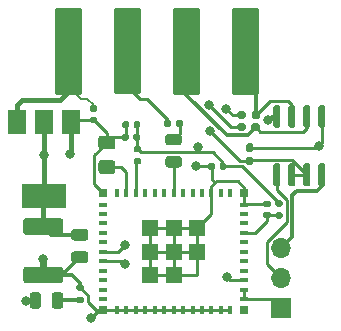
<source format=gbr>
%TF.GenerationSoftware,KiCad,Pcbnew,(5.1.12-1-10_14)*%
%TF.CreationDate,2022-02-21T12:57:33+08:00*%
%TF.ProjectId,esp32-c3_ddsu666,65737033-322d-4633-935f-646473753636,rev?*%
%TF.SameCoordinates,Original*%
%TF.FileFunction,Copper,L1,Top*%
%TF.FilePolarity,Positive*%
%FSLAX46Y46*%
G04 Gerber Fmt 4.6, Leading zero omitted, Abs format (unit mm)*
G04 Created by KiCad (PCBNEW (5.1.12-1-10_14)) date 2022-02-21 12:57:33*
%MOMM*%
%LPD*%
G01*
G04 APERTURE LIST*
%TA.AperFunction,ComponentPad*%
%ADD10O,1.700000X1.700000*%
%TD*%
%TA.AperFunction,ComponentPad*%
%ADD11R,1.700000X1.700000*%
%TD*%
%TA.AperFunction,ComponentPad*%
%ADD12R,1.350000X1.350000*%
%TD*%
%TA.AperFunction,SMDPad,CuDef*%
%ADD13R,1.500000X2.000000*%
%TD*%
%TA.AperFunction,SMDPad,CuDef*%
%ADD14R,3.800000X2.000000*%
%TD*%
%TA.AperFunction,SMDPad,CuDef*%
%ADD15R,0.399999X0.799998*%
%TD*%
%TA.AperFunction,SMDPad,CuDef*%
%ADD16R,0.799998X0.399999*%
%TD*%
%TA.AperFunction,SMDPad,CuDef*%
%ADD17R,1.450010X1.450010*%
%TD*%
%TA.AperFunction,SMDPad,CuDef*%
%ADD18R,0.799998X0.799998*%
%TD*%
%TA.AperFunction,ViaPad*%
%ADD19C,0.800000*%
%TD*%
%TA.AperFunction,Conductor*%
%ADD20C,0.250000*%
%TD*%
%TA.AperFunction,Conductor*%
%ADD21C,0.381000*%
%TD*%
%TA.AperFunction,Conductor*%
%ADD22C,0.300000*%
%TD*%
%TA.AperFunction,Conductor*%
%ADD23C,0.600000*%
%TD*%
%TA.AperFunction,Conductor*%
%ADD24C,0.203200*%
%TD*%
%TA.AperFunction,Conductor*%
%ADD25C,0.254000*%
%TD*%
%TA.AperFunction,Conductor*%
%ADD26C,0.100000*%
%TD*%
G04 APERTURE END LIST*
D10*
%TO.P,J2,3*%
%TO.N,U0TXD*%
X125550000Y-62980000D03*
%TO.P,J2,2*%
%TO.N,U0RXD*%
X125550000Y-65520000D03*
D11*
%TO.P,J2,1*%
%TO.N,GND*%
X125550000Y-68060000D03*
%TD*%
%TO.P,C3,2*%
%TO.N,GND*%
%TA.AperFunction,SMDPad,CuDef*%
G36*
G01*
X111265000Y-54620000D02*
X110315000Y-54620000D01*
G75*
G02*
X110065000Y-54370000I0J250000D01*
G01*
X110065000Y-53695000D01*
G75*
G02*
X110315000Y-53445000I250000J0D01*
G01*
X111265000Y-53445000D01*
G75*
G02*
X111515000Y-53695000I0J-250000D01*
G01*
X111515000Y-54370000D01*
G75*
G02*
X111265000Y-54620000I-250000J0D01*
G01*
G37*
%TD.AperFunction*%
%TO.P,C3,1*%
%TO.N,/GPIO9*%
%TA.AperFunction,SMDPad,CuDef*%
G36*
G01*
X111265000Y-56695000D02*
X110315000Y-56695000D01*
G75*
G02*
X110065000Y-56445000I0J250000D01*
G01*
X110065000Y-55770000D01*
G75*
G02*
X110315000Y-55520000I250000J0D01*
G01*
X111265000Y-55520000D01*
G75*
G02*
X111515000Y-55770000I0J-250000D01*
G01*
X111515000Y-56445000D01*
G75*
G02*
X111265000Y-56695000I-250000J0D01*
G01*
G37*
%TD.AperFunction*%
%TD*%
D12*
%TO.P,J5,1*%
%TO.N,B*%
X122500000Y-49000000D03*
%TD*%
%TO.P,J4,1*%
%TO.N,A*%
X117500000Y-49000000D03*
%TD*%
%TO.P,J3,1*%
%TO.N,GND*%
X112500000Y-49000000D03*
%TD*%
%TO.P,J1,1*%
%TO.N,+5V*%
X107500000Y-49000000D03*
%TD*%
%TO.P,C12,2*%
%TO.N,+5V*%
%TA.AperFunction,SMDPad,CuDef*%
G36*
G01*
X122735000Y-55230000D02*
X123045000Y-55230000D01*
G75*
G02*
X123200000Y-55385000I0J-155000D01*
G01*
X123200000Y-55810000D01*
G75*
G02*
X123045000Y-55965000I-155000J0D01*
G01*
X122735000Y-55965000D01*
G75*
G02*
X122580000Y-55810000I0J155000D01*
G01*
X122580000Y-55385000D01*
G75*
G02*
X122735000Y-55230000I155000J0D01*
G01*
G37*
%TD.AperFunction*%
%TO.P,C12,1*%
%TO.N,GND*%
%TA.AperFunction,SMDPad,CuDef*%
G36*
G01*
X122735000Y-54095000D02*
X123045000Y-54095000D01*
G75*
G02*
X123200000Y-54250000I0J-155000D01*
G01*
X123200000Y-54675000D01*
G75*
G02*
X123045000Y-54830000I-155000J0D01*
G01*
X122735000Y-54830000D01*
G75*
G02*
X122580000Y-54675000I0J155000D01*
G01*
X122580000Y-54250000D01*
G75*
G02*
X122735000Y-54095000I155000J0D01*
G01*
G37*
%TD.AperFunction*%
%TD*%
%TO.P,U2,8*%
%TO.N,+5V*%
%TA.AperFunction,SMDPad,CuDef*%
G36*
G01*
X125335000Y-52800000D02*
X125035000Y-52800000D01*
G75*
G02*
X124885000Y-52650000I0J150000D01*
G01*
X124885000Y-51000000D01*
G75*
G02*
X125035000Y-50850000I150000J0D01*
G01*
X125335000Y-50850000D01*
G75*
G02*
X125485000Y-51000000I0J-150000D01*
G01*
X125485000Y-52650000D01*
G75*
G02*
X125335000Y-52800000I-150000J0D01*
G01*
G37*
%TD.AperFunction*%
%TO.P,U2,7*%
%TO.N,B*%
%TA.AperFunction,SMDPad,CuDef*%
G36*
G01*
X126605000Y-52800000D02*
X126305000Y-52800000D01*
G75*
G02*
X126155000Y-52650000I0J150000D01*
G01*
X126155000Y-51000000D01*
G75*
G02*
X126305000Y-50850000I150000J0D01*
G01*
X126605000Y-50850000D01*
G75*
G02*
X126755000Y-51000000I0J-150000D01*
G01*
X126755000Y-52650000D01*
G75*
G02*
X126605000Y-52800000I-150000J0D01*
G01*
G37*
%TD.AperFunction*%
%TO.P,U2,6*%
%TO.N,A*%
%TA.AperFunction,SMDPad,CuDef*%
G36*
G01*
X127875000Y-52800000D02*
X127575000Y-52800000D01*
G75*
G02*
X127425000Y-52650000I0J150000D01*
G01*
X127425000Y-51000000D01*
G75*
G02*
X127575000Y-50850000I150000J0D01*
G01*
X127875000Y-50850000D01*
G75*
G02*
X128025000Y-51000000I0J-150000D01*
G01*
X128025000Y-52650000D01*
G75*
G02*
X127875000Y-52800000I-150000J0D01*
G01*
G37*
%TD.AperFunction*%
%TO.P,U2,5*%
%TO.N,GND*%
%TA.AperFunction,SMDPad,CuDef*%
G36*
G01*
X129145000Y-52800000D02*
X128845000Y-52800000D01*
G75*
G02*
X128695000Y-52650000I0J150000D01*
G01*
X128695000Y-51000000D01*
G75*
G02*
X128845000Y-50850000I150000J0D01*
G01*
X129145000Y-50850000D01*
G75*
G02*
X129295000Y-51000000I0J-150000D01*
G01*
X129295000Y-52650000D01*
G75*
G02*
X129145000Y-52800000I-150000J0D01*
G01*
G37*
%TD.AperFunction*%
%TO.P,U2,4*%
%TO.N,U0TXD*%
%TA.AperFunction,SMDPad,CuDef*%
G36*
G01*
X129145000Y-57750000D02*
X128845000Y-57750000D01*
G75*
G02*
X128695000Y-57600000I0J150000D01*
G01*
X128695000Y-55950000D01*
G75*
G02*
X128845000Y-55800000I150000J0D01*
G01*
X129145000Y-55800000D01*
G75*
G02*
X129295000Y-55950000I0J-150000D01*
G01*
X129295000Y-57600000D01*
G75*
G02*
X129145000Y-57750000I-150000J0D01*
G01*
G37*
%TD.AperFunction*%
%TO.P,U2,3*%
%TO.N,+5V*%
%TA.AperFunction,SMDPad,CuDef*%
G36*
G01*
X127875000Y-57750000D02*
X127575000Y-57750000D01*
G75*
G02*
X127425000Y-57600000I0J150000D01*
G01*
X127425000Y-55950000D01*
G75*
G02*
X127575000Y-55800000I150000J0D01*
G01*
X127875000Y-55800000D01*
G75*
G02*
X128025000Y-55950000I0J-150000D01*
G01*
X128025000Y-57600000D01*
G75*
G02*
X127875000Y-57750000I-150000J0D01*
G01*
G37*
%TD.AperFunction*%
%TO.P,U2,2*%
%TA.AperFunction,SMDPad,CuDef*%
G36*
G01*
X126605000Y-57750000D02*
X126305000Y-57750000D01*
G75*
G02*
X126155000Y-57600000I0J150000D01*
G01*
X126155000Y-55950000D01*
G75*
G02*
X126305000Y-55800000I150000J0D01*
G01*
X126605000Y-55800000D01*
G75*
G02*
X126755000Y-55950000I0J-150000D01*
G01*
X126755000Y-57600000D01*
G75*
G02*
X126605000Y-57750000I-150000J0D01*
G01*
G37*
%TD.AperFunction*%
%TO.P,U2,1*%
%TO.N,U0RXD*%
%TA.AperFunction,SMDPad,CuDef*%
G36*
G01*
X125335000Y-57750000D02*
X125035000Y-57750000D01*
G75*
G02*
X124885000Y-57600000I0J150000D01*
G01*
X124885000Y-55950000D01*
G75*
G02*
X125035000Y-55800000I150000J0D01*
G01*
X125335000Y-55800000D01*
G75*
G02*
X125485000Y-55950000I0J-150000D01*
G01*
X125485000Y-57600000D01*
G75*
G02*
X125335000Y-57750000I-150000J0D01*
G01*
G37*
%TD.AperFunction*%
%TD*%
%TO.P,R2,2*%
%TO.N,+5V*%
%TA.AperFunction,SMDPad,CuDef*%
G36*
G01*
X122540000Y-52570000D02*
X122540000Y-52890000D01*
G75*
G02*
X122380000Y-53050000I-160000J0D01*
G01*
X121985000Y-53050000D01*
G75*
G02*
X121825000Y-52890000I0J160000D01*
G01*
X121825000Y-52570000D01*
G75*
G02*
X121985000Y-52410000I160000J0D01*
G01*
X122380000Y-52410000D01*
G75*
G02*
X122540000Y-52570000I0J-160000D01*
G01*
G37*
%TD.AperFunction*%
%TO.P,R2,1*%
%TO.N,A*%
%TA.AperFunction,SMDPad,CuDef*%
G36*
G01*
X123735000Y-52570000D02*
X123735000Y-52890000D01*
G75*
G02*
X123575000Y-53050000I-160000J0D01*
G01*
X123180000Y-53050000D01*
G75*
G02*
X123020000Y-52890000I0J160000D01*
G01*
X123020000Y-52570000D01*
G75*
G02*
X123180000Y-52410000I160000J0D01*
G01*
X123575000Y-52410000D01*
G75*
G02*
X123735000Y-52570000I0J-160000D01*
G01*
G37*
%TD.AperFunction*%
%TD*%
%TO.P,R1,2*%
%TO.N,B*%
%TA.AperFunction,SMDPad,CuDef*%
G36*
G01*
X123040000Y-51870000D02*
X123040000Y-51550000D01*
G75*
G02*
X123200000Y-51390000I160000J0D01*
G01*
X123595000Y-51390000D01*
G75*
G02*
X123755000Y-51550000I0J-160000D01*
G01*
X123755000Y-51870000D01*
G75*
G02*
X123595000Y-52030000I-160000J0D01*
G01*
X123200000Y-52030000D01*
G75*
G02*
X123040000Y-51870000I0J160000D01*
G01*
G37*
%TD.AperFunction*%
%TO.P,R1,1*%
%TO.N,GND*%
%TA.AperFunction,SMDPad,CuDef*%
G36*
G01*
X121845000Y-51870000D02*
X121845000Y-51550000D01*
G75*
G02*
X122005000Y-51390000I160000J0D01*
G01*
X122400000Y-51390000D01*
G75*
G02*
X122560000Y-51550000I0J-160000D01*
G01*
X122560000Y-51870000D01*
G75*
G02*
X122400000Y-52030000I-160000J0D01*
G01*
X122005000Y-52030000D01*
G75*
G02*
X121845000Y-51870000I0J160000D01*
G01*
G37*
%TD.AperFunction*%
%TD*%
%TO.P,R14,2*%
%TO.N,Net-(D2-Pad1)*%
%TA.AperFunction,SMDPad,CuDef*%
G36*
G01*
X116680000Y-52615000D02*
X116680000Y-52245000D01*
G75*
G02*
X116815000Y-52110000I135000J0D01*
G01*
X117085000Y-52110000D01*
G75*
G02*
X117220000Y-52245000I0J-135000D01*
G01*
X117220000Y-52615000D01*
G75*
G02*
X117085000Y-52750000I-135000J0D01*
G01*
X116815000Y-52750000D01*
G75*
G02*
X116680000Y-52615000I0J135000D01*
G01*
G37*
%TD.AperFunction*%
%TO.P,R14,1*%
%TO.N,GND*%
%TA.AperFunction,SMDPad,CuDef*%
G36*
G01*
X115660000Y-52615000D02*
X115660000Y-52245000D01*
G75*
G02*
X115795000Y-52110000I135000J0D01*
G01*
X116065000Y-52110000D01*
G75*
G02*
X116200000Y-52245000I0J-135000D01*
G01*
X116200000Y-52615000D01*
G75*
G02*
X116065000Y-52750000I-135000J0D01*
G01*
X115795000Y-52750000D01*
G75*
G02*
X115660000Y-52615000I0J135000D01*
G01*
G37*
%TD.AperFunction*%
%TD*%
%TO.P,R12,2*%
%TO.N,GND*%
%TA.AperFunction,SMDPad,CuDef*%
G36*
G01*
X108715000Y-66600000D02*
X108345000Y-66600000D01*
G75*
G02*
X108210000Y-66465000I0J135000D01*
G01*
X108210000Y-66195000D01*
G75*
G02*
X108345000Y-66060000I135000J0D01*
G01*
X108715000Y-66060000D01*
G75*
G02*
X108850000Y-66195000I0J-135000D01*
G01*
X108850000Y-66465000D01*
G75*
G02*
X108715000Y-66600000I-135000J0D01*
G01*
G37*
%TD.AperFunction*%
%TO.P,R12,1*%
%TO.N,Net-(D1-Pad1)*%
%TA.AperFunction,SMDPad,CuDef*%
G36*
G01*
X108715000Y-67620000D02*
X108345000Y-67620000D01*
G75*
G02*
X108210000Y-67485000I0J135000D01*
G01*
X108210000Y-67215000D01*
G75*
G02*
X108345000Y-67080000I135000J0D01*
G01*
X108715000Y-67080000D01*
G75*
G02*
X108850000Y-67215000I0J-135000D01*
G01*
X108850000Y-67485000D01*
G75*
G02*
X108715000Y-67620000I-135000J0D01*
G01*
G37*
%TD.AperFunction*%
%TD*%
%TO.P,D2,2*%
%TO.N,GPIO4*%
%TA.AperFunction,SMDPad,CuDef*%
G36*
G01*
X115983750Y-55180000D02*
X116896250Y-55180000D01*
G75*
G02*
X117140000Y-55423750I0J-243750D01*
G01*
X117140000Y-55911250D01*
G75*
G02*
X116896250Y-56155000I-243750J0D01*
G01*
X115983750Y-56155000D01*
G75*
G02*
X115740000Y-55911250I0J243750D01*
G01*
X115740000Y-55423750D01*
G75*
G02*
X115983750Y-55180000I243750J0D01*
G01*
G37*
%TD.AperFunction*%
%TO.P,D2,1*%
%TO.N,Net-(D2-Pad1)*%
%TA.AperFunction,SMDPad,CuDef*%
G36*
G01*
X115983750Y-53305000D02*
X116896250Y-53305000D01*
G75*
G02*
X117140000Y-53548750I0J-243750D01*
G01*
X117140000Y-54036250D01*
G75*
G02*
X116896250Y-54280000I-243750J0D01*
G01*
X115983750Y-54280000D01*
G75*
G02*
X115740000Y-54036250I0J243750D01*
G01*
X115740000Y-53548750D01*
G75*
G02*
X115983750Y-53305000I243750J0D01*
G01*
G37*
%TD.AperFunction*%
%TD*%
%TO.P,D1,2*%
%TO.N,+3V3*%
%TA.AperFunction,SMDPad,CuDef*%
G36*
G01*
X105220000Y-66943750D02*
X105220000Y-67856250D01*
G75*
G02*
X104976250Y-68100000I-243750J0D01*
G01*
X104488750Y-68100000D01*
G75*
G02*
X104245000Y-67856250I0J243750D01*
G01*
X104245000Y-66943750D01*
G75*
G02*
X104488750Y-66700000I243750J0D01*
G01*
X104976250Y-66700000D01*
G75*
G02*
X105220000Y-66943750I0J-243750D01*
G01*
G37*
%TD.AperFunction*%
%TO.P,D1,1*%
%TO.N,Net-(D1-Pad1)*%
%TA.AperFunction,SMDPad,CuDef*%
G36*
G01*
X107095000Y-66943750D02*
X107095000Y-67856250D01*
G75*
G02*
X106851250Y-68100000I-243750J0D01*
G01*
X106363750Y-68100000D01*
G75*
G02*
X106120000Y-67856250I0J243750D01*
G01*
X106120000Y-66943750D01*
G75*
G02*
X106363750Y-66700000I243750J0D01*
G01*
X106851250Y-66700000D01*
G75*
G02*
X107095000Y-66943750I0J-243750D01*
G01*
G37*
%TD.AperFunction*%
%TD*%
%TO.P,C7,2*%
%TO.N,GND*%
%TA.AperFunction,SMDPad,CuDef*%
G36*
G01*
X103949999Y-64540000D02*
X106850001Y-64540000D01*
G75*
G02*
X107100000Y-64789999I0J-249999D01*
G01*
X107100000Y-65690001D01*
G75*
G02*
X106850001Y-65940000I-249999J0D01*
G01*
X103949999Y-65940000D01*
G75*
G02*
X103700000Y-65690001I0J249999D01*
G01*
X103700000Y-64789999D01*
G75*
G02*
X103949999Y-64540000I249999J0D01*
G01*
G37*
%TD.AperFunction*%
%TO.P,C7,1*%
%TO.N,+3V3*%
%TA.AperFunction,SMDPad,CuDef*%
G36*
G01*
X103949999Y-60440000D02*
X106850001Y-60440000D01*
G75*
G02*
X107100000Y-60689999I0J-249999D01*
G01*
X107100000Y-61590001D01*
G75*
G02*
X106850001Y-61840000I-249999J0D01*
G01*
X103949999Y-61840000D01*
G75*
G02*
X103700000Y-61590001I0J249999D01*
G01*
X103700000Y-60689999D01*
G75*
G02*
X103949999Y-60440000I249999J0D01*
G01*
G37*
%TD.AperFunction*%
%TD*%
D13*
%TO.P,U4,1*%
%TO.N,GND*%
X107780000Y-52260000D03*
%TO.P,U4,3*%
%TO.N,+5V*%
X103180000Y-52260000D03*
%TO.P,U4,2*%
%TO.N,+3V3*%
X105480000Y-52260000D03*
D14*
X105480000Y-58560000D03*
%TD*%
D15*
%TO.P,U1,46*%
%TO.N,GND*%
X119639892Y-68229952D03*
%TO.P,U1,45*%
X118839792Y-68229952D03*
%TO.P,U1,44*%
X118039946Y-68229952D03*
%TO.P,U1,43*%
X117239846Y-68229952D03*
%TO.P,U1,42*%
X116439746Y-68229952D03*
%TO.P,U1,41*%
X115639900Y-68229952D03*
%TO.P,U1,40*%
X114839800Y-68229952D03*
%TO.P,U1,39*%
X114039954Y-68229952D03*
%TO.P,U1,38*%
X113239854Y-68229952D03*
%TO.P,U1,37*%
X112440008Y-68229952D03*
%TO.P,U1,36*%
X111639908Y-68229952D03*
D16*
%TO.P,U1,30*%
%TO.N,U0RXD*%
X110490050Y-63280000D03*
%TO.P,U1,29*%
%TO.N,N/C*%
X110490050Y-62479900D03*
%TO.P,U1,28*%
X110490050Y-61680054D03*
%TO.P,U1,27*%
X110490050Y-60879954D03*
%TO.P,U1,26*%
X110490050Y-60079854D03*
%TO.P,U1,25*%
X110490050Y-59280008D03*
D15*
%TO.P,U1,12*%
X121240092Y-58330048D03*
%TO.P,U1,13*%
X120439992Y-58330048D03*
%TO.P,U1,14*%
%TO.N,GND*%
X119640146Y-58330048D03*
%TO.P,U1,15*%
%TO.N,N/C*%
X118840046Y-58330048D03*
D17*
%TO.P,U1,49*%
%TO.N,GND*%
X116440000Y-63280000D03*
D18*
%TO.P,U1,53*%
%TO.N,N/C*%
X122389950Y-68229952D03*
%TO.P,U1,52*%
%TO.N,GND*%
X122389950Y-58330048D03*
%TO.P,U1,51*%
X110490050Y-58330048D03*
%TO.P,U1,50*%
X110490050Y-68229952D03*
D16*
%TO.P,U1,1*%
X122389950Y-67279992D03*
%TO.P,U1,2*%
X122389950Y-66479892D03*
%TO.P,U1,3*%
%TO.N,+3V3*%
X122389950Y-65680046D03*
%TO.P,U1,4*%
%TO.N,N/C*%
X122389950Y-64879946D03*
%TO.P,U1,5*%
X122389950Y-64080100D03*
%TO.P,U1,6*%
X122389950Y-63280000D03*
%TO.P,U1,7*%
X122389950Y-62480154D03*
%TO.P,U1,8*%
%TO.N,/CHIP_PU*%
X122389950Y-61680054D03*
%TO.P,U1,9*%
%TO.N,N/C*%
X122389950Y-60879954D03*
%TO.P,U1,10*%
X122389950Y-60080108D03*
%TO.P,U1,11*%
%TO.N,GND*%
X122389950Y-59280008D03*
D15*
%TO.P,U1,16*%
%TO.N,N/C*%
X118039946Y-58330048D03*
%TO.P,U1,17*%
X117239846Y-58330048D03*
%TO.P,U1,18*%
%TO.N,GPIO4*%
X116440000Y-58330048D03*
%TO.P,U1,19*%
%TO.N,N/C*%
X115639900Y-58330048D03*
%TO.P,U1,20*%
X114840054Y-58330048D03*
%TO.P,U1,21*%
X114039954Y-58330048D03*
%TO.P,U1,22*%
%TO.N,/GPIO8*%
X113240108Y-58330048D03*
%TO.P,U1,23*%
%TO.N,/GPIO9*%
X112440008Y-58330048D03*
%TO.P,U1,24*%
%TO.N,N/C*%
X111639908Y-58330048D03*
D16*
%TO.P,U1,31*%
%TO.N,U0TXD*%
X110490050Y-64079846D03*
%TO.P,U1,32*%
%TO.N,N/C*%
X110490050Y-64879946D03*
%TO.P,U1,33*%
X110490050Y-65679792D03*
%TO.P,U1,34*%
X110490050Y-66480146D03*
%TO.P,U1,35*%
X110490050Y-67279992D03*
D15*
%TO.P,U1,47*%
%TO.N,GND*%
X120439992Y-68229952D03*
%TO.P,U1,48*%
X121239838Y-68229952D03*
D17*
%TO.P,U1,49*%
X114464896Y-63280000D03*
X114464896Y-65255104D03*
X116440000Y-65255104D03*
X118415104Y-63280000D03*
X118415104Y-61304896D03*
X116440000Y-61304896D03*
X114464896Y-61304896D03*
%TD*%
%TO.P,R13,2*%
%TO.N,+3V3*%
%TA.AperFunction,SMDPad,CuDef*%
G36*
G01*
X113575000Y-54870000D02*
X113205000Y-54870000D01*
G75*
G02*
X113070000Y-54735000I0J135000D01*
G01*
X113070000Y-54465000D01*
G75*
G02*
X113205000Y-54330000I135000J0D01*
G01*
X113575000Y-54330000D01*
G75*
G02*
X113710000Y-54465000I0J-135000D01*
G01*
X113710000Y-54735000D01*
G75*
G02*
X113575000Y-54870000I-135000J0D01*
G01*
G37*
%TD.AperFunction*%
%TO.P,R13,1*%
%TO.N,/GPIO8*%
%TA.AperFunction,SMDPad,CuDef*%
G36*
G01*
X113575000Y-55890000D02*
X113205000Y-55890000D01*
G75*
G02*
X113070000Y-55755000I0J135000D01*
G01*
X113070000Y-55485000D01*
G75*
G02*
X113205000Y-55350000I135000J0D01*
G01*
X113575000Y-55350000D01*
G75*
G02*
X113710000Y-55485000I0J-135000D01*
G01*
X113710000Y-55755000D01*
G75*
G02*
X113575000Y-55890000I-135000J0D01*
G01*
G37*
%TD.AperFunction*%
%TD*%
%TO.P,R11,2*%
%TO.N,/CHIP_PU*%
%TA.AperFunction,SMDPad,CuDef*%
G36*
G01*
X125185000Y-59940000D02*
X125555000Y-59940000D01*
G75*
G02*
X125690000Y-60075000I0J-135000D01*
G01*
X125690000Y-60345000D01*
G75*
G02*
X125555000Y-60480000I-135000J0D01*
G01*
X125185000Y-60480000D01*
G75*
G02*
X125050000Y-60345000I0J135000D01*
G01*
X125050000Y-60075000D01*
G75*
G02*
X125185000Y-59940000I135000J0D01*
G01*
G37*
%TD.AperFunction*%
%TO.P,R11,1*%
%TO.N,+3V3*%
%TA.AperFunction,SMDPad,CuDef*%
G36*
G01*
X125185000Y-58920000D02*
X125555000Y-58920000D01*
G75*
G02*
X125690000Y-59055000I0J-135000D01*
G01*
X125690000Y-59325000D01*
G75*
G02*
X125555000Y-59460000I-135000J0D01*
G01*
X125185000Y-59460000D01*
G75*
G02*
X125050000Y-59325000I0J135000D01*
G01*
X125050000Y-59055000D01*
G75*
G02*
X125185000Y-58920000I135000J0D01*
G01*
G37*
%TD.AperFunction*%
%TD*%
%TO.P,C11,2*%
%TO.N,GND*%
%TA.AperFunction,SMDPad,CuDef*%
G36*
G01*
X124520000Y-59500000D02*
X124180000Y-59500000D01*
G75*
G02*
X124040000Y-59360000I0J140000D01*
G01*
X124040000Y-59080000D01*
G75*
G02*
X124180000Y-58940000I140000J0D01*
G01*
X124520000Y-58940000D01*
G75*
G02*
X124660000Y-59080000I0J-140000D01*
G01*
X124660000Y-59360000D01*
G75*
G02*
X124520000Y-59500000I-140000J0D01*
G01*
G37*
%TD.AperFunction*%
%TO.P,C11,1*%
%TO.N,/CHIP_PU*%
%TA.AperFunction,SMDPad,CuDef*%
G36*
G01*
X124520000Y-60460000D02*
X124180000Y-60460000D01*
G75*
G02*
X124040000Y-60320000I0J140000D01*
G01*
X124040000Y-60040000D01*
G75*
G02*
X124180000Y-59900000I140000J0D01*
G01*
X124520000Y-59900000D01*
G75*
G02*
X124660000Y-60040000I0J-140000D01*
G01*
X124660000Y-60320000D01*
G75*
G02*
X124520000Y-60460000I-140000J0D01*
G01*
G37*
%TD.AperFunction*%
%TD*%
%TO.P,C10,2*%
%TO.N,GND*%
%TA.AperFunction,SMDPad,CuDef*%
G36*
G01*
X112650000Y-52360000D02*
X112650000Y-52700000D01*
G75*
G02*
X112510000Y-52840000I-140000J0D01*
G01*
X112230000Y-52840000D01*
G75*
G02*
X112090000Y-52700000I0J140000D01*
G01*
X112090000Y-52360000D01*
G75*
G02*
X112230000Y-52220000I140000J0D01*
G01*
X112510000Y-52220000D01*
G75*
G02*
X112650000Y-52360000I0J-140000D01*
G01*
G37*
%TD.AperFunction*%
%TO.P,C10,1*%
%TO.N,+3V3*%
%TA.AperFunction,SMDPad,CuDef*%
G36*
G01*
X113610000Y-52360000D02*
X113610000Y-52700000D01*
G75*
G02*
X113470000Y-52840000I-140000J0D01*
G01*
X113190000Y-52840000D01*
G75*
G02*
X113050000Y-52700000I0J140000D01*
G01*
X113050000Y-52360000D01*
G75*
G02*
X113190000Y-52220000I140000J0D01*
G01*
X113470000Y-52220000D01*
G75*
G02*
X113610000Y-52360000I0J-140000D01*
G01*
G37*
%TD.AperFunction*%
%TD*%
%TO.P,C8,2*%
%TO.N,GND*%
%TA.AperFunction,SMDPad,CuDef*%
G36*
G01*
X108015000Y-63240000D02*
X108965000Y-63240000D01*
G75*
G02*
X109215000Y-63490000I0J-250000D01*
G01*
X109215000Y-63990000D01*
G75*
G02*
X108965000Y-64240000I-250000J0D01*
G01*
X108015000Y-64240000D01*
G75*
G02*
X107765000Y-63990000I0J250000D01*
G01*
X107765000Y-63490000D01*
G75*
G02*
X108015000Y-63240000I250000J0D01*
G01*
G37*
%TD.AperFunction*%
%TO.P,C8,1*%
%TO.N,+3V3*%
%TA.AperFunction,SMDPad,CuDef*%
G36*
G01*
X108015000Y-61340000D02*
X108965000Y-61340000D01*
G75*
G02*
X109215000Y-61590000I0J-250000D01*
G01*
X109215000Y-62090000D01*
G75*
G02*
X108965000Y-62340000I-250000J0D01*
G01*
X108015000Y-62340000D01*
G75*
G02*
X107765000Y-62090000I0J250000D01*
G01*
X107765000Y-61590000D01*
G75*
G02*
X108015000Y-61340000I250000J0D01*
G01*
G37*
%TD.AperFunction*%
%TD*%
%TO.P,C6,2*%
%TO.N,GND*%
%TA.AperFunction,SMDPad,CuDef*%
G36*
G01*
X109490000Y-51830000D02*
X109830000Y-51830000D01*
G75*
G02*
X109970000Y-51970000I0J-140000D01*
G01*
X109970000Y-52250000D01*
G75*
G02*
X109830000Y-52390000I-140000J0D01*
G01*
X109490000Y-52390000D01*
G75*
G02*
X109350000Y-52250000I0J140000D01*
G01*
X109350000Y-51970000D01*
G75*
G02*
X109490000Y-51830000I140000J0D01*
G01*
G37*
%TD.AperFunction*%
%TO.P,C6,1*%
%TO.N,+5V*%
%TA.AperFunction,SMDPad,CuDef*%
G36*
G01*
X109490000Y-50870000D02*
X109830000Y-50870000D01*
G75*
G02*
X109970000Y-51010000I0J-140000D01*
G01*
X109970000Y-51290000D01*
G75*
G02*
X109830000Y-51430000I-140000J0D01*
G01*
X109490000Y-51430000D01*
G75*
G02*
X109350000Y-51290000I0J140000D01*
G01*
X109350000Y-51010000D01*
G75*
G02*
X109490000Y-50870000I140000J0D01*
G01*
G37*
%TD.AperFunction*%
%TD*%
%TO.P,C2,2*%
%TO.N,GND*%
%TA.AperFunction,SMDPad,CuDef*%
G36*
G01*
X112640000Y-53410000D02*
X112640000Y-53750000D01*
G75*
G02*
X112500000Y-53890000I-140000J0D01*
G01*
X112220000Y-53890000D01*
G75*
G02*
X112080000Y-53750000I0J140000D01*
G01*
X112080000Y-53410000D01*
G75*
G02*
X112220000Y-53270000I140000J0D01*
G01*
X112500000Y-53270000D01*
G75*
G02*
X112640000Y-53410000I0J-140000D01*
G01*
G37*
%TD.AperFunction*%
%TO.P,C2,1*%
%TO.N,+3V3*%
%TA.AperFunction,SMDPad,CuDef*%
G36*
G01*
X113600000Y-53410000D02*
X113600000Y-53750000D01*
G75*
G02*
X113460000Y-53890000I-140000J0D01*
G01*
X113180000Y-53890000D01*
G75*
G02*
X113040000Y-53750000I0J140000D01*
G01*
X113040000Y-53410000D01*
G75*
G02*
X113180000Y-53270000I140000J0D01*
G01*
X113460000Y-53270000D01*
G75*
G02*
X113600000Y-53410000I0J-140000D01*
G01*
G37*
%TD.AperFunction*%
%TD*%
%TO.P,C1,2*%
%TO.N,GND*%
%TA.AperFunction,SMDPad,CuDef*%
G36*
G01*
X119930000Y-55870000D02*
X119930000Y-56210000D01*
G75*
G02*
X119790000Y-56350000I-140000J0D01*
G01*
X119510000Y-56350000D01*
G75*
G02*
X119370000Y-56210000I0J140000D01*
G01*
X119370000Y-55870000D01*
G75*
G02*
X119510000Y-55730000I140000J0D01*
G01*
X119790000Y-55730000D01*
G75*
G02*
X119930000Y-55870000I0J-140000D01*
G01*
G37*
%TD.AperFunction*%
%TO.P,C1,1*%
%TO.N,+3V3*%
%TA.AperFunction,SMDPad,CuDef*%
G36*
G01*
X120890000Y-55870000D02*
X120890000Y-56210000D01*
G75*
G02*
X120750000Y-56350000I-140000J0D01*
G01*
X120470000Y-56350000D01*
G75*
G02*
X120330000Y-56210000I0J140000D01*
G01*
X120330000Y-55870000D01*
G75*
G02*
X120470000Y-55730000I140000J0D01*
G01*
X120750000Y-55730000D01*
G75*
G02*
X120890000Y-55870000I0J-140000D01*
G01*
G37*
%TD.AperFunction*%
%TD*%
D19*
%TO.N,GND*%
X120890000Y-51150000D03*
X128720000Y-54310000D03*
X109460000Y-68920000D03*
X107700000Y-55000000D03*
X105420000Y-63920000D03*
X118340000Y-56060000D03*
%TO.N,+3V3*%
X118520000Y-54410000D03*
X120970000Y-65400000D03*
X105480000Y-55110000D03*
X103940000Y-67420000D03*
%TO.N,+5V*%
X124440000Y-52130000D03*
X119467831Y-50882169D03*
X119537169Y-53072831D03*
%TO.N,U0RXD*%
X112290000Y-62690000D03*
%TO.N,U0TXD*%
X112290000Y-64330000D03*
%TD*%
D20*
%TO.N,GND*%
X128995000Y-51825000D02*
X128995000Y-52800000D01*
X111242500Y-53580000D02*
X110790000Y-54032500D01*
X112360000Y-53580000D02*
X111242500Y-53580000D01*
X124769992Y-67279992D02*
X125550000Y-68060000D01*
X122389950Y-67279992D02*
X124769992Y-67279992D01*
X122389950Y-66479892D02*
X122389950Y-67279992D01*
X109739990Y-57579988D02*
X109739990Y-55082510D01*
X109739990Y-55082510D02*
X110790000Y-54032500D01*
X110490050Y-58330048D02*
X109739990Y-57579988D01*
X110790000Y-53240000D02*
X109660000Y-52110000D01*
X110790000Y-54032500D02*
X110790000Y-53240000D01*
X107380000Y-52110000D02*
X107280000Y-52210000D01*
X122449958Y-59220000D02*
X122389950Y-59280008D01*
X124350000Y-59220000D02*
X122449958Y-59220000D01*
X122389950Y-59280008D02*
X122389950Y-58330048D01*
X116439746Y-65255358D02*
X116440000Y-65255104D01*
X114464896Y-65255104D02*
X114464896Y-61304896D01*
X114464896Y-61304896D02*
X118415104Y-61304896D01*
X118415104Y-65254952D02*
X118415028Y-65255028D01*
X118415104Y-61304896D02*
X118415104Y-65254952D01*
X114464972Y-65255028D02*
X114464896Y-65255104D01*
X118415028Y-65255028D02*
X114464972Y-65255028D01*
X114464896Y-63280000D02*
X118415104Y-63280000D01*
X116440000Y-61304896D02*
X116440000Y-65255104D01*
X119640146Y-60079854D02*
X118415104Y-61304896D01*
X119640146Y-58330048D02*
X119640146Y-60079854D01*
X121450000Y-51710000D02*
X120890000Y-51150000D01*
X122202500Y-51710000D02*
X121450000Y-51710000D01*
X128995000Y-54035000D02*
X128720000Y-54310000D01*
X128995000Y-51825000D02*
X128995000Y-54035000D01*
X128567500Y-54462500D02*
X128720000Y-54310000D01*
X122890000Y-54462500D02*
X128567500Y-54462500D01*
X122389950Y-58330048D02*
X122389950Y-57849950D01*
X122389950Y-57849950D02*
X121870000Y-57330000D01*
X119640146Y-57680049D02*
X119640146Y-58330048D01*
X121870000Y-57330000D02*
X119990195Y-57330000D01*
X112500000Y-49244988D02*
X112500000Y-49000000D01*
X114170010Y-50350010D02*
X113605022Y-50350010D01*
X115930000Y-52110000D02*
X114170010Y-50350010D01*
X113605022Y-50350010D02*
X112500000Y-49244988D01*
X115930000Y-52430000D02*
X115930000Y-52110000D01*
X112370000Y-53570000D02*
X112360000Y-53580000D01*
X112370000Y-52530000D02*
X112370000Y-53570000D01*
X119650000Y-57160000D02*
X119905097Y-57415097D01*
X119905097Y-57415097D02*
X119640146Y-57680049D01*
X119650000Y-56040000D02*
X119650000Y-57160000D01*
X119990195Y-57330000D02*
X119905097Y-57415097D01*
X110150048Y-68229952D02*
X109460000Y-68920000D01*
X110490050Y-68229952D02*
X110150048Y-68229952D01*
D21*
X107780000Y-54920000D02*
X107700000Y-55000000D01*
X107780000Y-52260000D02*
X107780000Y-54920000D01*
D22*
X108490000Y-63740000D02*
X107250000Y-64980000D01*
X105660000Y-64980000D02*
X105400000Y-65240000D01*
X107250000Y-64980000D02*
X105660000Y-64980000D01*
X108530000Y-66330000D02*
X108530000Y-65920000D01*
X107850000Y-65240000D02*
X105400000Y-65240000D01*
X108530000Y-65920000D02*
X107850000Y-65240000D01*
D23*
X105400000Y-63940000D02*
X105420000Y-63920000D01*
X105400000Y-65240000D02*
X105400000Y-63940000D01*
D20*
X107930000Y-52110000D02*
X107780000Y-52260000D01*
X109660000Y-52110000D02*
X107930000Y-52110000D01*
X109175010Y-66975010D02*
X108530000Y-66330000D01*
X109175010Y-67564911D02*
X109175010Y-66975010D01*
X109840051Y-68229952D02*
X109175010Y-67564911D01*
X110490050Y-68229952D02*
X109840051Y-68229952D01*
X118360000Y-56040000D02*
X118340000Y-56060000D01*
X119650000Y-56040000D02*
X118360000Y-56040000D01*
X110490050Y-68229952D02*
X121239838Y-68229952D01*
%TO.N,+3V3*%
X104550000Y-58940000D02*
X104980000Y-58510000D01*
X122220000Y-56040000D02*
X120610000Y-56040000D01*
X125370000Y-59190000D02*
X122220000Y-56040000D01*
X113330000Y-53570000D02*
X113320000Y-53580000D01*
X113330000Y-52530000D02*
X113330000Y-53570000D01*
X113320000Y-54530000D02*
X113390000Y-54600000D01*
X113320000Y-53580000D02*
X113320000Y-54530000D01*
X119734990Y-54854990D02*
X120610000Y-55730000D01*
X120610000Y-55730000D02*
X120610000Y-56040000D01*
X113390000Y-54600000D02*
X113644990Y-54854990D01*
X118475010Y-54854990D02*
X118475010Y-54454990D01*
X118475010Y-54454990D02*
X118520000Y-54410000D01*
X113644990Y-54854990D02*
X118475010Y-54854990D01*
X118475010Y-54854990D02*
X119734990Y-54854990D01*
X121250046Y-65680046D02*
X120970000Y-65400000D01*
X122389950Y-65680046D02*
X121250046Y-65680046D01*
D21*
X105480000Y-54620000D02*
X105480000Y-55110000D01*
X105480000Y-52260000D02*
X105480000Y-54620000D01*
X105480000Y-54620000D02*
X105480000Y-58560000D01*
X105400000Y-58640000D02*
X105480000Y-58560000D01*
X105400000Y-61140000D02*
X105400000Y-58640000D01*
D22*
X106100000Y-61840000D02*
X105400000Y-61140000D01*
X108490000Y-61840000D02*
X106100000Y-61840000D01*
X103960000Y-67400000D02*
X103940000Y-67420000D01*
X104732500Y-67400000D02*
X103960000Y-67400000D01*
D20*
%TO.N,+5V*%
X123012510Y-55474990D02*
X126424990Y-55474990D01*
X126424990Y-55474990D02*
X127725000Y-56775000D01*
X122890000Y-55597500D02*
X123012510Y-55474990D01*
X124745000Y-51825000D02*
X124440000Y-52130000D01*
X125185000Y-51825000D02*
X124745000Y-51825000D01*
X126455000Y-56775000D02*
X126615000Y-56775000D01*
X126615000Y-56775000D02*
X127725000Y-56775000D01*
X121315662Y-52730000D02*
X119467831Y-50882169D01*
X122182500Y-52730000D02*
X121315662Y-52730000D01*
X122054329Y-55589991D02*
X119537169Y-53072831D01*
X122882491Y-55589991D02*
X122054329Y-55589991D01*
X122890000Y-55597500D02*
X122882491Y-55589991D01*
D21*
X107500000Y-49760000D02*
X107500000Y-49000000D01*
X106844490Y-50415510D02*
X107500000Y-49760000D01*
D24*
X108614714Y-50326610D02*
X107500000Y-49211896D01*
X109116610Y-50326610D02*
X108614714Y-50326610D01*
X107500000Y-49211896D02*
X107500000Y-49000000D01*
X109660000Y-50870000D02*
X109116610Y-50326610D01*
X109660000Y-51150000D02*
X109660000Y-50870000D01*
D21*
X103643490Y-50415510D02*
X103180000Y-50879000D01*
X103180000Y-50879000D02*
X103180000Y-52260000D01*
X106844490Y-50415510D02*
X103643490Y-50415510D01*
D20*
%TO.N,GPIO4*%
X116440000Y-58330048D02*
X116440000Y-55667500D01*
D22*
%TO.N,Net-(D1-Pad1)*%
X108480000Y-67400000D02*
X108530000Y-67350000D01*
X106607500Y-67400000D02*
X108480000Y-67400000D01*
D20*
%TO.N,Net-(D2-Pad1)*%
X116950000Y-53282500D02*
X116440000Y-53792500D01*
X116950000Y-52430000D02*
X116950000Y-53282500D01*
%TO.N,/GPIO9*%
X111987500Y-56107500D02*
X110790000Y-56107500D01*
X112440008Y-56560008D02*
X111987500Y-56107500D01*
X112440008Y-58330048D02*
X112440008Y-56560008D01*
%TO.N,/CHIP_PU*%
X122389950Y-61680054D02*
X123319946Y-61680054D01*
X124350000Y-60650000D02*
X124350000Y-60180000D01*
X123319946Y-61680054D02*
X124350000Y-60650000D01*
X125340000Y-60180000D02*
X125370000Y-60210000D01*
X124350000Y-60180000D02*
X125340000Y-60180000D01*
%TO.N,/GPIO8*%
X113240108Y-55769892D02*
X113390000Y-55620000D01*
X113240108Y-58330048D02*
X113240108Y-55769892D01*
%TO.N,B*%
X126129990Y-50524990D02*
X124582510Y-50524990D01*
X124582510Y-50524990D02*
X123397500Y-51710000D01*
X126455000Y-50850000D02*
X126129990Y-50524990D01*
X126455000Y-51825000D02*
X126455000Y-50850000D01*
D22*
X123397500Y-50177844D02*
X123374990Y-50155334D01*
X123397500Y-51710000D02*
X123397500Y-50177844D01*
X123374990Y-49874990D02*
X122500000Y-49000000D01*
X123374990Y-50155334D02*
X123374990Y-49874990D01*
D20*
%TO.N,A*%
X127399990Y-53125010D02*
X123772510Y-53125010D01*
X123772510Y-53125010D02*
X123377500Y-52730000D01*
X127725000Y-52800000D02*
X127399990Y-53125010D01*
X127725000Y-51825000D02*
X127725000Y-52800000D01*
D22*
X117500000Y-49975000D02*
X117500000Y-49000000D01*
X122707490Y-53400010D02*
X120925010Y-53400010D01*
X120925010Y-53400010D02*
X117500000Y-49975000D01*
X123377500Y-52730000D02*
X122707490Y-53400010D01*
D20*
%TO.N,U0RXD*%
X124374999Y-64344999D02*
X125550000Y-65520000D01*
X126015010Y-58864456D02*
X126015010Y-60775988D01*
X124374999Y-62415999D02*
X124374999Y-64344999D01*
X126015010Y-60775988D02*
X124374999Y-62415999D01*
X125185000Y-58034446D02*
X126015010Y-58864456D01*
X125185000Y-56775000D02*
X125185000Y-58034446D01*
X111700000Y-63280000D02*
X112290000Y-62690000D01*
X110490050Y-63280000D02*
X111700000Y-63280000D01*
%TO.N,U0TXD*%
X112039846Y-64079846D02*
X112290000Y-64330000D01*
X110490050Y-64079846D02*
X112039846Y-64079846D01*
D22*
X126490020Y-62039980D02*
X125550000Y-62980000D01*
X126490020Y-58479636D02*
X126490020Y-62039980D01*
X126844666Y-58124990D02*
X126490020Y-58479636D01*
X128620010Y-58124990D02*
X126844666Y-58124990D01*
X128995000Y-57750000D02*
X128620010Y-58124990D01*
X128995000Y-56775000D02*
X128995000Y-57750000D01*
%TD*%
D25*
%TO.N,+5V*%
X108498000Y-49877502D02*
X106502000Y-49857997D01*
X106502000Y-42752000D01*
X108498001Y-42752000D01*
X108498000Y-49877502D01*
%TA.AperFunction,Conductor*%
D26*
G36*
X108498000Y-49877502D02*
G01*
X106502000Y-49857997D01*
X106502000Y-42752000D01*
X108498001Y-42752000D01*
X108498000Y-49877502D01*
G37*
%TD.AperFunction*%
%TD*%
D25*
%TO.N,GND*%
X113498000Y-49793919D02*
X111502000Y-49761726D01*
X111502000Y-42752000D01*
X113498001Y-42752000D01*
X113498000Y-49793919D01*
%TA.AperFunction,Conductor*%
D26*
G36*
X113498000Y-49793919D02*
G01*
X111502000Y-49761726D01*
X111502000Y-42752000D01*
X113498001Y-42752000D01*
X113498000Y-49793919D01*
G37*
%TD.AperFunction*%
%TD*%
D25*
%TO.N,A*%
X118498001Y-49844469D02*
X116502000Y-49809936D01*
X116502000Y-42752000D01*
X118498000Y-42752000D01*
X118498001Y-49844469D01*
%TA.AperFunction,Conductor*%
D26*
G36*
X118498001Y-49844469D02*
G01*
X116502000Y-49809936D01*
X116502000Y-42752000D01*
X118498000Y-42752000D01*
X118498001Y-49844469D01*
G37*
%TD.AperFunction*%
%TD*%
D25*
%TO.N,B*%
X123498001Y-49854349D02*
X121502000Y-49819332D01*
X121502000Y-42752000D01*
X123498000Y-42752000D01*
X123498001Y-49854349D01*
%TA.AperFunction,Conductor*%
D26*
G36*
X123498001Y-49854349D02*
G01*
X121502000Y-49819332D01*
X121502000Y-42752000D01*
X123498000Y-42752000D01*
X123498001Y-49854349D01*
G37*
%TD.AperFunction*%
%TD*%
M02*

</source>
